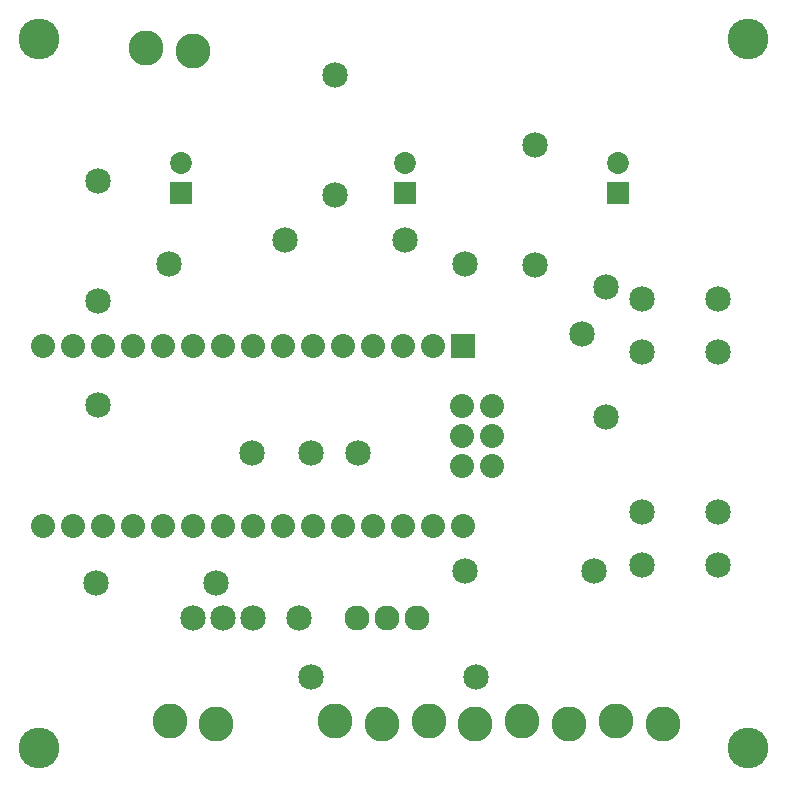
<source format=gbs>
G04 MADE WITH FRITZING*
G04 WWW.FRITZING.ORG*
G04 SINGLE SIDED*
G04 HOLES NOT PLATED*
G04 CONTOUR ON CENTER OF CONTOUR VECTOR*
%ASAXBY*%
%FSLAX23Y23*%
%MOIN*%
%OFA0B0*%
%SFA1.0B1.0*%
%ADD10C,0.080000*%
%ADD11C,0.116299*%
%ADD12C,0.135984*%
%ADD13C,0.072992*%
%ADD14C,0.085000*%
%ADD15C,0.083749*%
%ADD16R,0.080000X0.079958*%
%ADD17R,0.072992X0.072992*%
%LNMASK0*%
G90*
G70*
G54D10*
X1606Y1536D03*
X1506Y1536D03*
X1406Y1536D03*
X1306Y1536D03*
X1206Y1536D03*
X1106Y1536D03*
X1006Y1536D03*
X906Y1536D03*
X806Y1536D03*
X706Y1536D03*
X606Y1536D03*
X506Y1536D03*
X406Y1536D03*
X306Y1536D03*
X206Y1536D03*
X1606Y936D03*
X1506Y936D03*
X1406Y936D03*
X1306Y936D03*
X1206Y936D03*
X1106Y936D03*
X1006Y936D03*
X906Y936D03*
X806Y936D03*
X706Y936D03*
X606Y936D03*
X506Y936D03*
X406Y936D03*
X306Y936D03*
X206Y936D03*
X1702Y1335D03*
X1602Y1335D03*
X1702Y1235D03*
X1602Y1235D03*
X1702Y1135D03*
X1602Y1135D03*
G54D11*
X706Y2520D03*
X550Y2530D03*
X785Y276D03*
X629Y286D03*
X2272Y276D03*
X2116Y286D03*
X1960Y276D03*
X1804Y286D03*
X1648Y276D03*
X1492Y286D03*
X1336Y276D03*
X1180Y286D03*
G54D12*
X194Y2559D03*
X194Y197D03*
X2556Y197D03*
X2556Y2559D03*
G54D13*
X2123Y2047D03*
X2123Y2146D03*
X1415Y2047D03*
X1415Y2146D03*
X667Y2047D03*
X667Y2146D03*
G54D14*
X2458Y1516D03*
X2202Y1516D03*
X2458Y1693D03*
X2202Y1693D03*
X2458Y807D03*
X2202Y807D03*
X2458Y984D03*
X2202Y984D03*
X391Y1687D03*
X391Y2087D03*
X385Y748D03*
X785Y748D03*
X1179Y2041D03*
X1179Y2441D03*
X1848Y1805D03*
X1848Y2205D03*
X1015Y1890D03*
X1415Y1890D03*
X706Y630D03*
X806Y630D03*
X906Y630D03*
G54D15*
X1254Y630D03*
X1354Y630D03*
X1454Y630D03*
G54D14*
X1651Y433D03*
X1100Y1181D03*
X2045Y788D03*
X1612Y788D03*
X1060Y630D03*
X903Y1181D03*
X391Y1339D03*
X2005Y1575D03*
X627Y1811D03*
X1612Y1811D03*
X2084Y1732D03*
X2084Y1299D03*
X1257Y1181D03*
X1100Y433D03*
G54D16*
X1606Y1536D03*
G54D17*
X2123Y2047D03*
X1415Y2047D03*
X667Y2047D03*
G04 End of Mask0*
M02*
</source>
